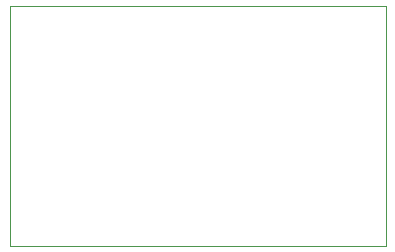
<source format=gbr>
%TF.GenerationSoftware,KiCad,Pcbnew,5.1.8*%
%TF.CreationDate,2021-01-07T21:55:06-06:00*%
%TF.ProjectId,hdmi_pmod,68646d69-5f70-46d6-9f64-2e6b69636164,rev?*%
%TF.SameCoordinates,Original*%
%TF.FileFunction,Profile,NP*%
%FSLAX46Y46*%
G04 Gerber Fmt 4.6, Leading zero omitted, Abs format (unit mm)*
G04 Created by KiCad (PCBNEW 5.1.8) date 2021-01-07 21:55:06*
%MOMM*%
%LPD*%
G01*
G04 APERTURE LIST*
%TA.AperFunction,Profile*%
%ADD10C,0.038100*%
%TD*%
G04 APERTURE END LIST*
D10*
X116700000Y-84200000D02*
X84836000Y-84201000D01*
X116700000Y-63880000D02*
X116700000Y-84200000D01*
X84836000Y-63881000D02*
X116700000Y-63880000D01*
X84836000Y-84201000D02*
X84836000Y-63881000D01*
M02*

</source>
